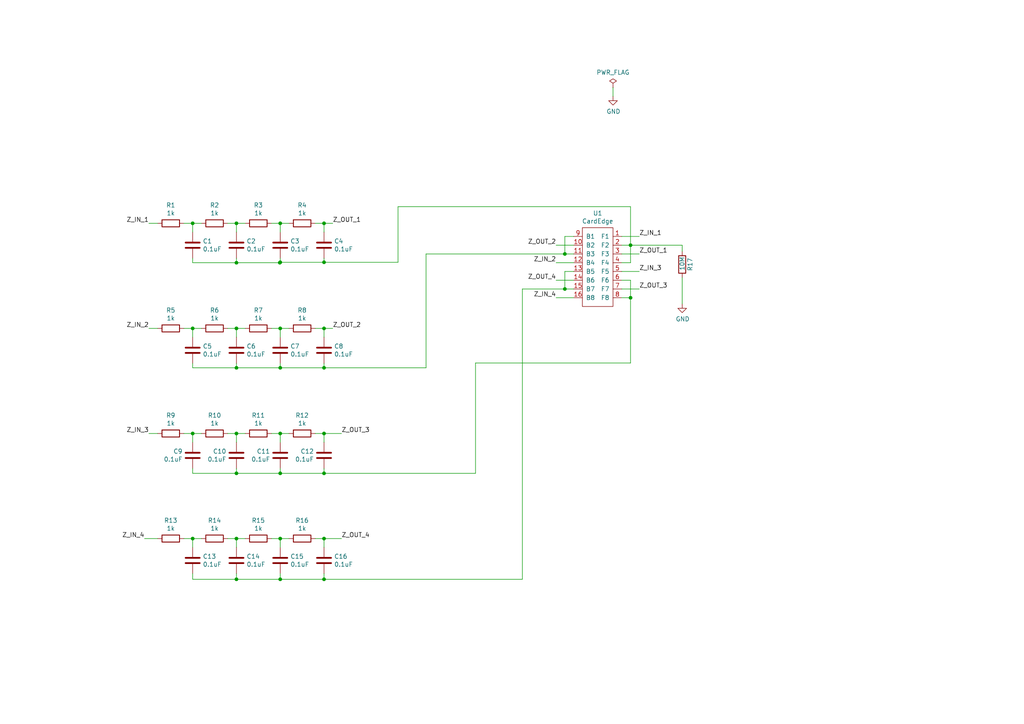
<source format=kicad_sch>
(kicad_sch (version 20211123) (generator eeschema)
  (paper "A4")
  (lib_symbols
    (symbol "Device:C" (pin_numbers hide) (pin_names (offset 0.254))
      (property "Reference" "C" (at 0.635 2.54 0))
      (property "Value" "C" (at 0.635 -2.54 0))
      (symbol "C_0_1"
        (polyline (pts (xy -2.032 -0.762) (xy 2.032 -0.762)) (stroke (width 0.508)))
        (polyline (pts (xy -2.032 0.762) (xy 2.032 0.762)) (stroke (width 0.508)))
      )
      (symbol "C_1_1"
        (pin passive line (at 0 3.81 270) (length 2.794) (name "~") (number "1"))
        (pin passive line (at 0 -3.81 90) (length 2.794) (name "~") (number "2"))
      )
    )
    (symbol "Device:R" (pin_numbers hide) (pin_names (offset 0))
      (property "Reference" "R" (at 2.032 0 90))
      (property "Value" "R" (at 0 0 90))
      (symbol "R_0_1"
        (rectangle (start -1.016 -2.54) (end 1.016 2.54) (stroke (width 0.254)))
      )
      (symbol "R_1_1"
        (pin passive line (at 0 3.81 270) (length 1.27) (name "~") (number "1"))
        (pin passive line (at 0 -3.81 90) (length 1.27) (name "~") (number "2"))
      )
    )
    (symbol "ElectrodeFilterAdapters:CardEdge" (pin_names (offset 1.016))
      (property "Reference" "U" (at 21.59 1.016 0))
      (property "Value" "CardEdge" (at 25.527 -10.16 0))
      (symbol "CardEdge_0_1"
        (rectangle (start 0 0) (end 22.86 -8.89))
      )
      (symbol "CardEdge_1_1"
        (pin input line (at 2.54 2.54 270) (length 2.54) (name "F1") (number "1"))
        (pin input line (at 5.08 -11.43 90) (length 2.54) (name "B2") (number "10"))
        (pin input line (at 7.62 -11.43 90) (length 2.54) (name "B3") (number "11"))
        (pin input line (at 10.16 -11.43 90) (length 2.54) (name "B4") (number "12"))
        (pin input line (at 12.7 -11.43 90) (length 2.54) (name "B5") (number "13"))
        (pin input line (at 15.24 -11.43 90) (length 2.54) (name "B6") (number "14"))
        (pin input line (at 17.78 -11.43 90) (length 2.54) (name "B7") (number "15"))
        (pin input line (at 20.32 -11.43 90) (length 2.54) (name "B8") (number "16"))
        (pin input line (at 5.08 2.54 270) (length 2.54) (name "F2") (number "2"))
        (pin input line (at 7.62 2.54 270) (length 2.54) (name "F3") (number "3"))
        (pin input line (at 10.16 2.54 270) (length 2.54) (name "F4") (number "4"))
        (pin input line (at 12.7 2.54 270) (length 2.54) (name "F5") (number "5"))
        (pin input line (at 15.24 2.54 270) (length 2.54) (name "F6") (number "6"))
        (pin input line (at 17.78 2.54 270) (length 2.54) (name "F7") (number "7"))
        (pin input line (at 20.32 2.54 270) (length 2.54) (name "F8") (number "8"))
        (pin input line (at 2.54 -11.43 90) (length 2.54) (name "B1") (number "9"))
      )
    )
    (symbol "power:GND" (power) (pin_names (offset 0))
      (property "Value" "GND" (at 0 -3.81 0))
      (symbol "GND_0_1"
        (polyline (pts (xy 0 0) (xy 0 -1.27) (xy 1.27 -1.27) (xy 0 -2.54) (xy -1.27 -1.27) (xy 0 -1.27)))
      )
      (symbol "GND_1_1"
        (pin power_in line (at 0 0 270) (length 0) hide (name "GND") (number "1"))
      )
    )
    (symbol "power:PWR_FLAG" (power) (pin_numbers hide) (pin_names (offset 0) hide)
      (property "Value" "PWR_FLAG" (at 0 3.81 0))
      (symbol "PWR_FLAG_0_0"
        (pin power_out line (at 0 0 90) (length 0) (name "pwr") (number "1"))
      )
      (symbol "PWR_FLAG_0_1"
        (polyline (pts (xy 0 0) (xy 0 1.27) (xy -1.016 1.905) (xy 0 2.54) (xy 1.016 1.905) (xy 0 1.27)))
      )
    )
  )
  (junction (at 182.88 71.12))
  (junction (at 81.28 95.25))
  (junction (at 68.58 95.25))
  (junction (at 55.88 156.21))
  (junction (at 55.88 95.25))
  (junction (at 68.58 64.77))
  (junction (at 93.98 64.77))
  (junction (at 81.28 76.073))
  (junction (at 182.88 86.36))
  (junction (at 81.28 106.68))
  (junction (at 68.58 156.21))
  (junction (at 81.153 76.2))
  (junction (at 163.83 83.82))
  (junction (at 93.98 137.287))
  (junction (at 163.83 73.66))
  (junction (at 81.28 168.021))
  (junction (at 81.28 156.21))
  (junction (at 93.98 125.73))
  (junction (at 93.98 168.021))
  (junction (at 93.98 156.21))
  (junction (at 81.28 137.287))
  (junction (at 68.58 125.73))
  (junction (at 81.28 64.77))
  (junction (at 55.88 64.77))
  (junction (at 68.58 106.68))
  (junction (at 81.28 125.73))
  (junction (at 93.98 95.25))
  (junction (at 68.58 137.287))
  (junction (at 68.58 168.021))
  (junction (at 68.58 76.2))
  (junction (at 93.98 106.68))
  (junction (at 93.98 76.073))
  (junction (at 55.88 125.73))
  (wire (pts (xy 81.28 168.021) (xy 93.98 168.021)))
  (wire (pts (xy 68.58 64.77) (xy 71.12 64.77)))
  (wire (pts (xy 55.88 95.25) (xy 55.88 97.79)))
  (wire (pts (xy 55.88 125.73) (xy 55.88 128.27)))
  (wire (pts (xy 123.571 73.66) (xy 123.571 106.68)))
  (wire (pts (xy 68.58 125.73) (xy 66.04 125.73)))
  (wire (pts (xy 55.88 168.021) (xy 68.58 168.021)))
  (wire (pts (xy 68.58 137.287) (xy 81.28 137.287)))
  (wire (pts (xy 151.511 83.82) (xy 151.511 168.021)))
  (wire (pts (xy 182.88 105.283) (xy 137.922 105.283)))
  (wire (pts (xy 93.98 125.73) (xy 93.98 128.27)))
  (wire (pts (xy 55.88 125.73) (xy 53.34 125.73)))
  (wire (pts (xy 55.88 156.21) (xy 58.42 156.21)))
  (wire (pts (xy 55.88 74.93) (xy 55.88 76.2)))
  (wire (pts (xy 55.88 137.287) (xy 68.58 137.287)))
  (wire (pts (xy 180.34 73.66) (xy 185.42 73.66)))
  (wire (pts (xy 180.34 71.12) (xy 182.88 71.12)))
  (wire (pts (xy 93.98 166.37) (xy 93.98 168.021)))
  (wire (pts (xy 93.98 168.021) (xy 151.511 168.021)))
  (wire (pts (xy 68.58 156.21) (xy 68.58 158.75)))
  (wire (pts (xy 81.28 64.77) (xy 81.28 67.31)))
  (wire (pts (xy 180.34 76.2) (xy 182.88 76.2)))
  (wire (pts (xy 81.28 74.93) (xy 81.28 76.073)))
  (wire (pts (xy 81.28 135.89) (xy 81.28 137.287)))
  (wire (pts (xy 91.44 156.21) (xy 93.98 156.21)))
  (wire (pts (xy 66.04 95.25) (xy 68.58 95.25)))
  (wire (pts (xy 78.74 156.21) (xy 81.28 156.21)))
  (wire (pts (xy 180.34 81.28) (xy 182.88 81.28)))
  (wire (pts (xy 55.88 76.2) (xy 68.58 76.2)))
  (wire (pts (xy 81.28 125.73) (xy 78.74 125.73)))
  (wire (pts (xy 43.18 125.73) (xy 45.72 125.73)))
  (wire (pts (xy 163.83 78.74) (xy 163.83 83.82)))
  (wire (pts (xy 166.37 68.58) (xy 163.83 68.58)))
  (wire (pts (xy 55.88 95.25) (xy 58.42 95.25)))
  (wire (pts (xy 55.88 105.41) (xy 55.88 106.68)))
  (wire (pts (xy 53.34 156.21) (xy 55.88 156.21)))
  (wire (pts (xy 93.98 156.21) (xy 93.98 158.75)))
  (wire (pts (xy 68.58 168.021) (xy 81.28 168.021)))
  (wire (pts (xy 81.28 105.41) (xy 81.28 106.68)))
  (wire (pts (xy 41.91 156.21) (xy 45.72 156.21)))
  (wire (pts (xy 163.83 83.82) (xy 166.37 83.82)))
  (wire (pts (xy 43.18 95.25) (xy 45.72 95.25)))
  (wire (pts (xy 180.34 86.36) (xy 182.88 86.36)))
  (wire (pts (xy 151.511 83.82) (xy 163.83 83.82)))
  (wire (pts (xy 182.88 71.12) (xy 182.88 76.2)))
  (wire (pts (xy 81.28 125.73) (xy 81.28 128.27)))
  (wire (pts (xy 93.98 76.073) (xy 115.443 76.073)))
  (wire (pts (xy 93.98 135.89) (xy 93.98 137.287)))
  (wire (pts (xy 166.37 73.66) (xy 163.83 73.66)))
  (wire (pts (xy 68.58 76.2) (xy 81.153 76.2)))
  (wire (pts (xy 55.88 156.21) (xy 55.88 158.75)))
  (wire (pts (xy 81.28 156.21) (xy 83.82 156.21)))
  (wire (pts (xy 163.83 73.66) (xy 123.571 73.66)))
  (wire (pts (xy 137.922 105.283) (xy 137.922 137.287)))
  (wire (pts (xy 78.74 95.25) (xy 81.28 95.25)))
  (wire (pts (xy 177.8 25.4) (xy 177.8 27.94)))
  (wire (pts (xy 53.34 95.25) (xy 55.88 95.25)))
  (wire (pts (xy 161.29 76.2) (xy 166.37 76.2)))
  (wire (pts (xy 68.58 74.93) (xy 68.58 76.2)))
  (wire (pts (xy 68.58 135.89) (xy 68.58 137.287)))
  (wire (pts (xy 81.28 76.073) (xy 93.98 76.073)))
  (wire (pts (xy 68.58 64.77) (xy 68.58 67.31)))
  (wire (pts (xy 197.866 71.12) (xy 197.866 72.898)))
  (wire (pts (xy 115.443 59.944) (xy 115.443 76.073)))
  (wire (pts (xy 68.58 106.68) (xy 81.28 106.68)))
  (wire (pts (xy 161.29 81.28) (xy 166.37 81.28)))
  (wire (pts (xy 161.29 71.12) (xy 166.37 71.12)))
  (wire (pts (xy 93.98 95.25) (xy 96.52 95.25)))
  (wire (pts (xy 182.88 71.12) (xy 197.866 71.12)))
  (wire (pts (xy 180.34 83.82) (xy 185.42 83.82)))
  (wire (pts (xy 93.98 106.68) (xy 81.28 106.68)))
  (wire (pts (xy 68.58 156.21) (xy 71.12 156.21)))
  (wire (pts (xy 81.28 64.77) (xy 83.82 64.77)))
  (wire (pts (xy 93.98 137.287) (xy 137.922 137.287)))
  (wire (pts (xy 93.98 64.77) (xy 93.98 67.31)))
  (wire (pts (xy 53.34 64.77) (xy 55.88 64.77)))
  (wire (pts (xy 68.58 166.37) (xy 68.58 168.021)))
  (wire (pts (xy 81.28 95.25) (xy 83.82 95.25)))
  (wire (pts (xy 197.866 80.518) (xy 197.866 88.138)))
  (wire (pts (xy 66.04 64.77) (xy 68.58 64.77)))
  (wire (pts (xy 93.98 64.77) (xy 96.52 64.77)))
  (wire (pts (xy 123.571 106.68) (xy 93.98 106.68)))
  (wire (pts (xy 55.88 135.89) (xy 55.88 137.287)))
  (wire (pts (xy 55.88 166.37) (xy 55.88 168.021)))
  (wire (pts (xy 182.88 86.36) (xy 182.88 105.283)))
  (wire (pts (xy 99.06 125.73) (xy 93.98 125.73)))
  (wire (pts (xy 93.98 105.41) (xy 93.98 106.68)))
  (wire (pts (xy 81.28 137.287) (xy 93.98 137.287)))
  (wire (pts (xy 180.34 68.58) (xy 185.42 68.58)))
  (wire (pts (xy 55.88 106.68) (xy 68.58 106.68)))
  (wire (pts (xy 81.28 156.21) (xy 81.28 158.75)))
  (wire (pts (xy 182.88 59.944) (xy 115.443 59.944)))
  (wire (pts (xy 161.29 86.36) (xy 166.37 86.36)))
  (wire (pts (xy 68.58 125.73) (xy 68.58 128.27)))
  (wire (pts (xy 58.42 125.73) (xy 55.88 125.73)))
  (wire (pts (xy 68.58 95.25) (xy 68.58 97.79)))
  (wire (pts (xy 182.88 71.12) (xy 182.88 59.944)))
  (wire (pts (xy 91.44 95.25) (xy 93.98 95.25)))
  (wire (pts (xy 91.44 64.77) (xy 93.98 64.77)))
  (wire (pts (xy 81.28 166.37) (xy 81.28 168.021)))
  (wire (pts (xy 182.88 81.28) (xy 182.88 86.36)))
  (wire (pts (xy 93.98 156.21) (xy 99.06 156.21)))
  (wire (pts (xy 68.58 95.25) (xy 71.12 95.25)))
  (wire (pts (xy 166.37 78.74) (xy 163.83 78.74)))
  (wire (pts (xy 43.18 64.77) (xy 45.72 64.77)))
  (wire (pts (xy 180.34 78.74) (xy 185.42 78.74)))
  (wire (pts (xy 93.98 74.93) (xy 93.98 76.073)))
  (wire (pts (xy 83.82 125.73) (xy 81.28 125.73)))
  (wire (pts (xy 78.74 64.77) (xy 81.28 64.77)))
  (wire (pts (xy 71.12 125.73) (xy 68.58 125.73)))
  (wire (pts (xy 68.58 105.41) (xy 68.58 106.68)))
  (wire (pts (xy 93.98 125.73) (xy 91.44 125.73)))
  (wire (pts (xy 81.28 95.25) (xy 81.28 97.79)))
  (wire (pts (xy 55.88 64.77) (xy 55.88 67.31)))
  (wire (pts (xy 55.88 64.77) (xy 58.42 64.77)))
  (wire (pts (xy 66.04 156.21) (xy 68.58 156.21)))
  (wire (pts (xy 93.98 95.25) (xy 93.98 97.79)))
  (wire (pts (xy 163.83 68.58) (xy 163.83 73.66)))
  (label "Z_OUT_3" (at 99.06 125.73 0))
  (label "Z_OUT_2" (at 161.29 71.12 180))
  (label "Z_IN_3" (at 185.42 78.74 0))
  (label "Z_IN_4" (at 41.91 156.21 180))
  (label "Z_IN_4" (at 161.29 86.36 180))
  (label "Z_IN_1" (at 185.42 68.58 0))
  (label "Z_OUT_4" (at 161.29 81.28 180))
  (label "Z_OUT_1" (at 185.42 73.66 0))
  (label "Z_OUT_4" (at 99.06 156.21 0))
  (label "Z_IN_2" (at 161.29 76.2 180))
  (label "Z_IN_2" (at 43.18 95.25 180))
  (label "Z_OUT_2" (at 96.52 95.25 0))
  (label "Z_IN_1" (at 43.18 64.77 180))
  (label "Z_IN_3" (at 43.18 125.73 180))
  (label "Z_OUT_1" (at 96.52 64.77 0))
  (label "Z_OUT_3" (at 185.42 83.82 0))
  (symbol (lib_id "Device:R") (at 62.23 64.77 270) (unit 1)
    (property "Reference" "R2" (at 62.23 59.5122 90))
    (property "Value" "1k" (at 62.23 61.8236 90))
    (property "Footprint" "Resistor_SMD:R_0603_1608Metric" (effects hide))
    (property "Datasheet" "https://www.seielect.com/catalog/sei-rmcf_rmcp.pdf" (effects hide))
    (property "Manufacturer_Name" "Stackpole Electronics Inc" (effects hide))
    (property "Manufacturer_Part_Number" "RMCF0603JJ1K00" (effects hide))
    (property "Digi-Key_PN" "RMCF0603JJ1K00CT-ND" (effects hide))
    (property "Description" "RES 1K OHM 5% 1/10W 0603" (effects hide))
  )
  (symbol (lib_id "Device:C") (at 55.88 71.12 0) (unit 1)
    (property "Reference" "C1" (at 58.801 69.9516 0) (effects (justify left)))
    (property "Value" "0.1uF" (at 58.801 72.263 0) (effects (justify left)))
    (property "Footprint" "Capacitor_SMD:C_0603_1608Metric" (effects hide))
    (property "Datasheet" "https://ds.yuden.co.jp/TYCOMPAS/ut/detail?pn=HMK107B7104MA-T%20&u=M" (effects hide))
    (property "Digi-Key_PN" "587-6323-2-ND" (effects hide))
    (property "Description" "CAP CER 0.1UF 100V X7R 0603" (effects hide))
    (property "Manufacturer_Name" "HMK107B7104MA-T" (effects hide))
    (property "Manufacturer_Part_Number" "Taiyo Yuden" (effects hide))
  )
  (symbol (lib_id "Device:C") (at 81.28 71.12 0) (unit 1)
    (property "Reference" "C3" (at 84.201 69.9516 0) (effects (justify left)))
    (property "Value" "0.1uF" (at 84.201 72.263 0) (effects (justify left)))
    (property "Footprint" "Capacitor_SMD:C_0603_1608Metric" (effects hide))
    (property "Datasheet" "https://ds.yuden.co.jp/TYCOMPAS/ut/detail?pn=HMK107B7104MA-T%20&u=M" (effects hide))
    (property "Digi-Key_PN" "587-6323-2-ND" (effects hide))
    (property "Description" "CAP CER 0.1UF 100V X7R 0603" (effects hide))
    (property "Manufacturer_Name" "HMK107B7104MA-T" (effects hide))
    (property "Manufacturer_Part_Number" "Taiyo Yuden" (effects hide))
  )
  (symbol (lib_id "Device:R") (at 74.93 64.77 270) (unit 1)
    (property "Reference" "R3" (at 74.93 59.5122 90))
    (property "Value" "1k" (at 74.93 61.8236 90))
    (property "Footprint" "Resistor_SMD:R_0603_1608Metric" (effects hide))
    (property "Datasheet" "https://www.seielect.com/catalog/sei-rmcf_rmcp.pdf" (effects hide))
    (property "Digi-Key_PN" "RMCF0603JJ1K00CT-ND" (effects hide))
    (property "Description" "RES 1K OHM 5% 1/10W 0603" (effects hide))
    (property "Manufacturer_Name" "Stackpole Electronics Inc" (effects hide))
    (property "Manufacturer_Part_Number" "RMCF0603JJ1K00" (effects hide))
  )
  (symbol (lib_id "power:PWR_FLAG") (at 177.8 25.4 0) (unit 1)
    (property "Reference" "#FLG01" (effects hide))
    (property "Value" "PWR_FLAG" (at 177.8 21.0058 0))
  )
  (symbol (lib_id "power:GND") (at 177.8 27.94 0) (unit 1)
    (property "Reference" "#PWR01" (effects hide))
    (property "Value" "GND" (at 177.927 32.3342 0))
  )
  (symbol (lib_id "Device:R") (at 87.63 64.77 270) (unit 1)
    (property "Reference" "R4" (at 87.63 59.5122 90))
    (property "Value" "1k" (at 87.63 61.8236 90))
    (property "Footprint" "Resistor_SMD:R_0603_1608Metric" (effects hide))
    (property "Datasheet" "https://www.seielect.com/catalog/sei-rmcf_rmcp.pdf" (effects hide))
    (property "Digi-Key_PN" "RMCF0603JJ1K00CT-ND" (effects hide))
    (property "Description" "RES 1K OHM 5% 1/10W 0603" (effects hide))
    (property "Manufacturer_Name" "Stackpole Electronics Inc" (effects hide))
    (property "Manufacturer_Part_Number" "RMCF0603JJ1K00" (effects hide))
  )
  (symbol (lib_id "Device:R") (at 62.23 95.25 270) (unit 1)
    (property "Reference" "R6" (at 62.23 89.9922 90))
    (property "Value" "1k" (at 62.23 92.3036 90))
    (property "Footprint" "Resistor_SMD:R_0603_1608Metric" (effects hide))
    (property "Datasheet" "https://www.seielect.com/catalog/sei-rmcf_rmcp.pdf" (effects hide))
    (property "Description" "RES 1K OHM 5% 1/10W 0603" (effects hide))
    (property "Digi-Key_PN" "RMCF0603JJ1K00CT-ND" (effects hide))
    (property "Manufacturer_Name" "Stackpole Electronics Inc" (effects hide))
    (property "Manufacturer_Part_Number" "RMCF0603JJ1K00" (effects hide))
  )
  (symbol (lib_id "Device:C") (at 55.88 101.6 0) (unit 1)
    (property "Reference" "C5" (at 58.801 100.4316 0) (effects (justify left)))
    (property "Value" "0.1uF" (at 58.801 102.743 0) (effects (justify left)))
    (property "Footprint" "Capacitor_SMD:C_0603_1608Metric" (effects hide))
    (property "Datasheet" "https://ds.yuden.co.jp/TYCOMPAS/ut/detail?pn=HMK107B7104MA-T%20&u=M" (effects hide))
    (property "Description" "CAP CER 0.1UF 100V X7R 0603" (effects hide))
    (property "Digi-Key_PN" "587-6323-2-ND" (effects hide))
    (property "Manufacturer_Name" "HMK107B7104MA-T" (effects hide))
    (property "Manufacturer_Part_Number" "Taiyo Yuden" (effects hide))
  )
  (symbol (lib_id "Device:C") (at 81.28 101.6 0) (unit 1)
    (property "Reference" "C7" (at 84.201 100.4316 0) (effects (justify left)))
    (property "Value" "0.1uF" (at 84.201 102.743 0) (effects (justify left)))
    (property "Footprint" "Capacitor_SMD:C_0603_1608Metric" (effects hide))
    (property "Datasheet" "https://ds.yuden.co.jp/TYCOMPAS/ut/detail?pn=HMK107B7104MA-T%20&u=M" (effects hide))
    (property "Description" "CAP CER 0.1UF 100V X7R 0603" (effects hide))
    (property "Digi-Key_PN" "587-6323-2-ND" (effects hide))
    (property "Manufacturer_Name" "HMK107B7104MA-T" (effects hide))
    (property "Manufacturer_Part_Number" "Taiyo Yuden" (effects hide))
  )
  (symbol (lib_id "Device:R") (at 74.93 95.25 270) (unit 1)
    (property "Reference" "R7" (at 74.93 89.9922 90))
    (property "Value" "1k" (at 74.93 92.3036 90))
    (property "Footprint" "Resistor_SMD:R_0603_1608Metric" (effects hide))
    (property "Datasheet" "https://www.seielect.com/catalog/sei-rmcf_rmcp.pdf" (effects hide))
    (property "Description" "RES 1K OHM 5% 1/10W 0603" (effects hide))
    (property "Digi-Key_PN" "RMCF0603JJ1K00CT-ND" (effects hide))
    (property "Manufacturer_Name" "Stackpole Electronics Inc" (effects hide))
    (property "Manufacturer_Part_Number" "RMCF0603JJ1K00" (effects hide))
  )
  (symbol (lib_id "Device:R") (at 87.63 95.25 270) (unit 1)
    (property "Reference" "R8" (at 87.63 89.9922 90))
    (property "Value" "1k" (at 87.63 92.3036 90))
    (property "Footprint" "Resistor_SMD:R_0603_1608Metric" (effects hide))
    (property "Datasheet" "https://www.seielect.com/catalog/sei-rmcf_rmcp.pdf" (effects hide))
    (property "Description" "RES 1K OHM 5% 1/10W 0603" (effects hide))
    (property "Digi-Key_PN" "RMCF0603JJ1K00CT-ND" (effects hide))
    (property "Manufacturer_Name" "Stackpole Electronics Inc" (effects hide))
    (property "Manufacturer_Part_Number" "RMCF0603JJ1K00" (effects hide))
  )
  (symbol (lib_id "power:GND") (at 197.866 88.138 0) (unit 1)
    (property "Reference" "#PWR07" (effects hide))
    (property "Value" "GND" (at 197.993 92.5322 0))
  )
  (symbol (lib_id "Device:R") (at 87.63 125.73 90) (mirror x) (unit 1)
    (property "Reference" "R12" (at 87.63 120.4722 90))
    (property "Value" "1k" (at 87.63 122.7836 90))
    (property "Footprint" "Resistor_SMD:R_0603_1608Metric" (effects hide))
    (property "Datasheet" "https://www.seielect.com/catalog/sei-rmcf_rmcp.pdf" (effects hide))
    (property "Description" "RES 1K OHM 5% 1/10W 0603" (effects hide))
    (property "Digi-Key_PN" "RMCF0603JJ1K00CT-ND" (effects hide))
    (property "Manufacturer_Name" "Stackpole Electronics Inc" (effects hide))
    (property "Manufacturer_Part_Number" "RMCF0603JJ1K00" (effects hide))
  )
  (symbol (lib_id "Device:C") (at 93.98 132.08 0) (mirror y) (unit 1)
    (property "Reference" "C12" (at 91.059 130.9116 0) (effects (justify left)))
    (property "Value" "0.1uF" (at 91.059 133.223 0) (effects (justify left)))
    (property "Footprint" "Capacitor_SMD:C_0603_1608Metric" (effects hide))
    (property "Datasheet" "https://ds.yuden.co.jp/TYCOMPAS/ut/detail?pn=HMK107B7104MA-T%20&u=M" (effects hide))
    (property "Description" "CAP CER 0.1UF 100V X7R 0603" (effects hide))
    (property "Digi-Key_PN" "587-6323-2-ND" (effects hide))
    (property "Manufacturer_Name" "HMK107B7104MA-T" (effects hide))
    (property "Manufacturer_Part_Number" "Taiyo Yuden" (effects hide))
  )
  (symbol (lib_id "Device:C") (at 68.58 132.08 0) (mirror y) (unit 1)
    (property "Reference" "C10" (at 65.659 130.9116 0) (effects (justify left)))
    (property "Value" "0.1uF" (at 65.659 133.223 0) (effects (justify left)))
    (property "Footprint" "Capacitor_SMD:C_0603_1608Metric" (effects hide))
    (property "Datasheet" "https://ds.yuden.co.jp/TYCOMPAS/ut/detail?pn=HMK107B7104MA-T%20&u=M" (effects hide))
    (property "Description" "CAP CER 0.1UF 100V X7R 0603" (effects hide))
    (property "Digi-Key_PN" "587-6323-2-ND" (effects hide))
    (property "Manufacturer_Name" "HMK107B7104MA-T" (effects hide))
    (property "Manufacturer_Part_Number" "Taiyo Yuden" (effects hide))
  )
  (symbol (lib_id "Device:R") (at 74.93 125.73 90) (mirror x) (unit 1)
    (property "Reference" "R11" (at 74.93 120.4722 90))
    (property "Value" "1k" (at 74.93 122.7836 90))
    (property "Footprint" "Resistor_SMD:R_0603_1608Metric" (effects hide))
    (property "Datasheet" "https://www.seielect.com/catalog/sei-rmcf_rmcp.pdf" (effects hide))
    (property "Description" "RES 1K OHM 5% 1/10W 0603" (effects hide))
    (property "Digi-Key_PN" "RMCF0603JJ1K00CT-ND" (effects hide))
    (property "Manufacturer_Name" "Stackpole Electronics Inc" (effects hide))
    (property "Manufacturer_Part_Number" "RMCF0603JJ1K00" (effects hide))
  )
  (symbol (lib_id "Device:R") (at 62.23 125.73 90) (mirror x) (unit 1)
    (property "Reference" "R10" (at 62.23 120.4722 90))
    (property "Value" "1k" (at 62.23 122.7836 90))
    (property "Footprint" "Resistor_SMD:R_0603_1608Metric" (effects hide))
    (property "Datasheet" "https://www.seielect.com/catalog/sei-rmcf_rmcp.pdf" (effects hide))
    (property "Description" "RES 1K OHM 5% 1/10W 0603" (effects hide))
    (property "Digi-Key_PN" "RMCF0603JJ1K00CT-ND" (effects hide))
    (property "Manufacturer_Name" "Stackpole Electronics Inc" (effects hide))
    (property "Manufacturer_Part_Number" "RMCF0603JJ1K00" (effects hide))
  )
  (symbol (lib_id "Device:R") (at 49.53 156.21 270) (unit 1)
    (property "Reference" "R13" (at 49.53 150.9522 90))
    (property "Value" "1k" (at 49.53 153.2636 90))
    (property "Footprint" "Resistor_SMD:R_0603_1608Metric" (effects hide))
    (property "Datasheet" "https://www.seielect.com/catalog/sei-rmcf_rmcp.pdf" (effects hide))
    (property "Description" "RES 1K OHM 5% 1/10W 0603" (effects hide))
    (property "Digi-Key_PN" "RMCF0603JJ1K00CT-ND" (effects hide))
    (property "Manufacturer_Name" "Stackpole Electronics Inc" (effects hide))
    (property "Manufacturer_Part_Number" "RMCF0603JJ1K00" (effects hide))
  )
  (symbol (lib_id "Device:C") (at 68.58 162.56 0) (unit 1)
    (property "Reference" "C14" (at 71.501 161.3916 0) (effects (justify left)))
    (property "Value" "0.1uF" (at 71.501 163.703 0) (effects (justify left)))
    (property "Footprint" "Capacitor_SMD:C_0603_1608Metric" (effects hide))
    (property "Datasheet" "https://ds.yuden.co.jp/TYCOMPAS/ut/detail?pn=HMK107B7104MA-T%20&u=M" (effects hide))
    (property "Description" "CAP CER 0.1UF 100V X7R 0603" (effects hide))
    (property "Digi-Key_PN" "587-6323-2-ND" (effects hide))
    (property "Manufacturer_Name" "HMK107B7104MA-T" (effects hide))
    (property "Manufacturer_Part_Number" "Taiyo Yuden" (effects hide))
  )
  (symbol (lib_id "Device:R") (at 62.23 156.21 270) (unit 1)
    (property "Reference" "R14" (at 62.23 150.9522 90))
    (property "Value" "1k" (at 62.23 153.2636 90))
    (property "Footprint" "Resistor_SMD:R_0603_1608Metric" (effects hide))
    (property "Datasheet" "https://www.seielect.com/catalog/sei-rmcf_rmcp.pdf" (effects hide))
    (property "Description" "RES 1K OHM 5% 1/10W 0603" (effects hide))
    (property "Digi-Key_PN" "RMCF0603JJ1K00CT-ND" (effects hide))
    (property "Manufacturer_Name" "Stackpole Electronics Inc" (effects hide))
    (property "Manufacturer_Part_Number" "RMCF0603JJ1K00" (effects hide))
  )
  (symbol (lib_id "Device:R") (at 74.93 156.21 270) (unit 1)
    (property "Reference" "R15" (at 74.93 150.9522 90))
    (property "Value" "1k" (at 74.93 153.2636 90))
    (property "Footprint" "Resistor_SMD:R_0603_1608Metric" (effects hide))
    (property "Datasheet" "https://www.seielect.com/catalog/sei-rmcf_rmcp.pdf" (effects hide))
    (property "Description" "RES 1K OHM 5% 1/10W 0603" (effects hide))
    (property "Digi-Key_PN" "RMCF0603JJ1K00CT-ND" (effects hide))
    (property "Manufacturer_Name" "Stackpole Electronics Inc" (effects hide))
    (property "Manufacturer_Part_Number" "RMCF0603JJ1K00" (effects hide))
  )
  (symbol (lib_id "ElectrodeFilterAdapters:CardEdge") (at 177.8 66.04 270) (unit 1) (in_bom no)
    (property "Reference" "U1" (at 173.355 61.849 90))
    (property "Value" "CardEdge" (at 173.355 64.1604 90))
    (property "Footprint" "ElectrodeFilterAdapters:CardEdge" (effects hide))
  )
  (symbol (lib_id "Device:C") (at 81.28 132.08 0) (mirror y) (unit 1)
    (property "Reference" "C11" (at 78.359 130.9116 0) (effects (justify left)))
    (property "Value" "0.1uF" (at 78.359 133.223 0) (effects (justify left)))
    (property "Footprint" "Capacitor_SMD:C_0603_1608Metric" (effects hide))
    (property "Datasheet" "https://ds.yuden.co.jp/TYCOMPAS/ut/detail?pn=HMK107B7104MA-T%20&u=M" (effects hide))
    (property "Description" "CAP CER 0.1UF 100V X7R 0603" (effects hide))
    (property "Digi-Key_PN" "587-6323-2-ND" (effects hide))
    (property "Manufacturer_Name" "HMK107B7104MA-T" (effects hide))
    (property "Manufacturer_Part_Number" "Taiyo Yuden" (effects hide))
  )
  (symbol (lib_id "Device:C") (at 93.98 71.12 0) (unit 1)
    (property "Reference" "C4" (at 96.901 69.9516 0) (effects (justify left)))
    (property "Value" "0.1uF" (at 96.901 72.263 0) (effects (justify left)))
    (property "Footprint" "Capacitor_SMD:C_0603_1608Metric" (effects hide))
    (property "Datasheet" "https://ds.yuden.co.jp/TYCOMPAS/ut/detail?pn=HMK107B7104MA-T%20&u=M" (effects hide))
    (property "Digi-Key_PN" "587-6323-2-ND" (effects hide))
    (property "Description" "CAP CER 0.1UF 100V X7R 0603" (effects hide))
    (property "Manufacturer_Name" "HMK107B7104MA-T" (effects hide))
    (property "Manufacturer_Part_Number" "Taiyo Yuden" (effects hide))
  )
  (symbol (lib_id "Device:C") (at 81.28 162.56 0) (unit 1)
    (property "Reference" "C15" (at 84.201 161.3916 0) (effects (justify left)))
    (property "Value" "0.1uF" (at 84.201 163.703 0) (effects (justify left)))
    (property "Footprint" "Capacitor_SMD:C_0603_1608Metric" (effects hide))
    (property "Datasheet" "https://ds.yuden.co.jp/TYCOMPAS/ut/detail?pn=HMK107B7104MA-T%20&u=M" (effects hide))
    (property "Description" "CAP CER 0.1UF 100V X7R 0603" (effects hide))
    (property "Digi-Key_PN" "587-6323-2-ND" (effects hide))
    (property "Manufacturer_Name" "HMK107B7104MA-T" (effects hide))
    (property "Manufacturer_Part_Number" "Taiyo Yuden" (effects hide))
  )
  (symbol (lib_id "Device:C") (at 68.58 101.6 0) (unit 1)
    (property "Reference" "C6" (at 71.501 100.4316 0) (effects (justify left)))
    (property "Value" "0.1uF" (at 71.501 102.743 0) (effects (justify left)))
    (property "Footprint" "Capacitor_SMD:C_0603_1608Metric" (effects hide))
    (property "Datasheet" "https://ds.yuden.co.jp/TYCOMPAS/ut/detail?pn=HMK107B7104MA-T%20&u=M" (effects hide))
    (property "Description" "CAP CER 0.1UF 100V X7R 0603" (effects hide))
    (property "Digi-Key_PN" "587-6323-2-ND" (effects hide))
    (property "Manufacturer_Name" "HMK107B7104MA-T" (effects hide))
    (property "Manufacturer_Part_Number" "Taiyo Yuden" (effects hide))
  )
  (symbol (lib_id "Device:R") (at 49.53 64.77 270) (unit 1)
    (property "Reference" "R1" (at 49.53 59.5122 90))
    (property "Value" "1k" (at 49.53 61.8236 90))
    (property "Footprint" "Resistor_SMD:R_0603_1608Metric" (effects hide))
    (property "Datasheet" "https://www.seielect.com/catalog/sei-rmcf_rmcp.pdf" (effects hide))
    (property "Digi-Key_PN" "RMCF0603JJ1K00CT-ND" (effects hide))
    (property "Description" "RES 1K OHM 5% 1/10W 0603" (effects hide))
    (property "Manufacturer_Name" "Stackpole Electronics Inc" (effects hide))
    (property "Manufacturer_Part_Number" "RMCF0603JJ1K00" (effects hide))
  )
  (symbol (lib_id "Device:R") (at 49.53 95.25 270) (unit 1)
    (property "Reference" "R5" (at 49.53 89.9922 90))
    (property "Value" "1k" (at 49.53 92.3036 90))
    (property "Footprint" "Resistor_SMD:R_0603_1608Metric" (effects hide))
    (property "Datasheet" "https://www.seielect.com/catalog/sei-rmcf_rmcp.pdf" (effects hide))
    (property "Description" "RES 1K OHM 5% 1/10W 0603" (effects hide))
    (property "Digi-Key_PN" "RMCF0603JJ1K00CT-ND" (effects hide))
    (property "Manufacturer_Name" "Stackpole Electronics Inc" (effects hide))
    (property "Manufacturer_Part_Number" "RMCF0603JJ1K00" (effects hide))
  )
  (symbol (lib_id "Device:C") (at 68.58 71.12 0) (unit 1)
    (property "Reference" "C2" (at 71.501 69.9516 0) (effects (justify left)))
    (property "Value" "0.1uF" (at 71.501 72.263 0) (effects (justify left)))
    (property "Footprint" "Capacitor_SMD:C_0603_1608Metric" (effects hide))
    (property "Datasheet" "https://ds.yuden.co.jp/TYCOMPAS/ut/detail?pn=HMK107B7104MA-T%20&u=M" (effects hide))
    (property "Digi-Key_PN" "587-6323-2-ND" (effects hide))
    (property "Description" "CAP CER 0.1UF 100V X7R 0603" (effects hide))
    (property "Manufacturer_Name" "HMK107B7104MA-T" (effects hide))
    (property "Manufacturer_Part_Number" "Taiyo Yuden" (effects hide))
  )
  (symbol (lib_id "Device:C") (at 93.98 101.6 0) (unit 1)
    (property "Reference" "C8" (at 96.901 100.4316 0) (effects (justify left)))
    (property "Value" "0.1uF" (at 96.901 102.743 0) (effects (justify left)))
    (property "Footprint" "Capacitor_SMD:C_0603_1608Metric" (effects hide))
    (property "Datasheet" "https://ds.yuden.co.jp/TYCOMPAS/ut/detail?pn=HMK107B7104MA-T%20&u=M" (effects hide))
    (property "Description" "CAP CER 0.1UF 100V X7R 0603" (effects hide))
    (property "Digi-Key_PN" "587-6323-2-ND" (effects hide))
    (property "Manufacturer_Name" "HMK107B7104MA-T" (effects hide))
    (property "Manufacturer_Part_Number" "Taiyo Yuden" (effects hide))
  )
  (symbol (lib_id "Device:R") (at 197.866 76.708 180) (unit 1)
    (property "Reference" "R17" (at 200.152 76.708 90))
    (property "Value" "10M" (at 197.866 76.454 90))
    (property "Footprint" "Resistor_SMD:R_0603_1608Metric" (effects hide))
    (property "Datasheet" "https://www.seielect.com/catalog/sei-rmcf_rmcp.pdf" (effects hide))
    (property "Manufacturer_Name" "Stackpole Electronics Inc" (effects hide))
    (property "Manufacturer_Part_Number" "RMCF0603JJ1K00" (effects hide))
    (property "Digi-Key_PN" "RMCF0603JJ1K00CT-ND" (effects hide))
    (property "Description" "RES 1K OHM 5% 1/10W 0603" (effects hide))
  )
  (symbol (lib_id "Device:C") (at 55.88 162.56 0) (unit 1)
    (property "Reference" "C13" (at 58.801 161.3916 0) (effects (justify left)))
    (property "Value" "0.1uF" (at 58.801 163.703 0) (effects (justify left)))
    (property "Footprint" "Capacitor_SMD:C_0603_1608Metric" (effects hide))
    (property "Datasheet" "https://ds.yuden.co.jp/TYCOMPAS/ut/detail?pn=HMK107B7104MA-T%20&u=M" (effects hide))
    (property "Description" "CAP CER 0.1UF 100V X7R 0603" (effects hide))
    (property "Digi-Key_PN" "587-6323-2-ND" (effects hide))
    (property "Manufacturer_Name" "HMK107B7104MA-T" (effects hide))
    (property "Manufacturer_Part_Number" "Taiyo Yuden" (effects hide))
  )
  (symbol (lib_id "Device:R") (at 49.53 125.73 90) (mirror x) (unit 1)
    (property "Reference" "R9" (at 49.53 120.4722 90))
    (property "Value" "1k" (at 49.53 122.7836 90))
    (property "Footprint" "Resistor_SMD:R_0603_1608Metric" (effects hide))
    (property "Datasheet" "https://www.seielect.com/catalog/sei-rmcf_rmcp.pdf" (effects hide))
    (property "Description" "RES 1K OHM 5% 1/10W 0603" (effects hide))
    (property "Digi-Key_PN" "RMCF0603JJ1K00CT-ND" (effects hide))
    (property "Manufacturer_Name" "Stackpole Electronics Inc" (effects hide))
    (property "Manufacturer_Part_Number" "RMCF0603JJ1K00" (effects hide))
  )
  (symbol (lib_id "Device:R") (at 87.63 156.21 270) (unit 1)
    (property "Reference" "R16" (at 87.63 150.9522 90))
    (property "Value" "1k" (at 87.63 153.2636 90))
    (property "Footprint" "Resistor_SMD:R_0603_1608Metric" (effects hide))
    (property "Datasheet" "https://www.seielect.com/catalog/sei-rmcf_rmcp.pdf" (effects hide))
    (property "Description" "RES 1K OHM 5% 1/10W 0603" (effects hide))
    (property "Digi-Key_PN" "RMCF0603JJ1K00CT-ND" (effects hide))
    (property "Manufacturer_Name" "Stackpole Electronics Inc" (effects hide))
    (property "Manufacturer_Part_Number" "RMCF0603JJ1K00" (effects hide))
  )
  (symbol (lib_id "Device:C") (at 93.98 162.56 0) (unit 1)
    (property "Reference" "C16" (at 96.901 161.3916 0) (effects (justify left)))
    (property "Value" "0.1uF" (at 96.901 163.703 0) (effects (justify left)))
    (property "Footprint" "Capacitor_SMD:C_0603_1608Metric" (effects hide))
    (property "Datasheet" "https://ds.yuden.co.jp/TYCOMPAS/ut/detail?pn=HMK107B7104MA-T%20&u=M" (effects hide))
    (property "Description" "CAP CER 0.1UF 100V X7R 0603" (effects hide))
    (property "Digi-Key_PN" "587-6323-2-ND" (effects hide))
    (property "Manufacturer_Name" "HMK107B7104MA-T" (effects hide))
    (property "Manufacturer_Part_Number" "Taiyo Yuden" (effects hide))
  )
  (symbol (lib_id "Device:C") (at 55.88 132.08 0) (mirror y) (unit 1)
    (property "Reference" "C9" (at 52.959 130.9116 0) (effects (justify left)))
    (property "Value" "0.1uF" (at 52.959 133.223 0) (effects (justify left)))
    (property "Footprint" "Capacitor_SMD:C_0603_1608Metric" (effects hide))
    (property "Datasheet" "https://ds.yuden.co.jp/TYCOMPAS/ut/detail?pn=HMK107B7104MA-T%20&u=M" (effects hide))
    (property "Description" "CAP CER 0.1UF 100V X7R 0603" (effects hide))
    (property "Digi-Key_PN" "587-6323-2-ND" (effects hide))
    (property "Manufacturer_Name" "HMK107B7104MA-T" (effects hide))
    (property "Manufacturer_Part_Number" "Taiyo Yuden" (effects hide))
  )
)
</source>
